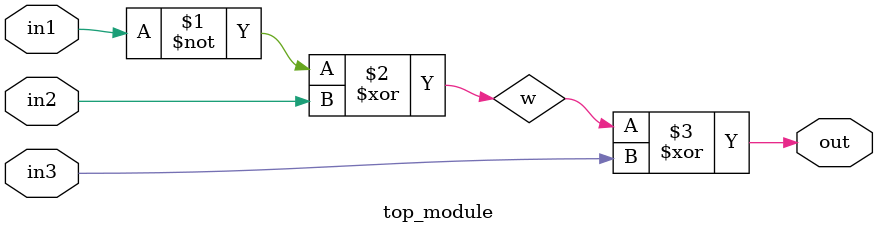
<source format=v>

module top_module (
    input in1,
    input in2,
    input in3,
    output out
);

	wire w;
    assign w = ~in1 ^ in2;
    assign out = w ^ in3;
    
endmodule

</source>
